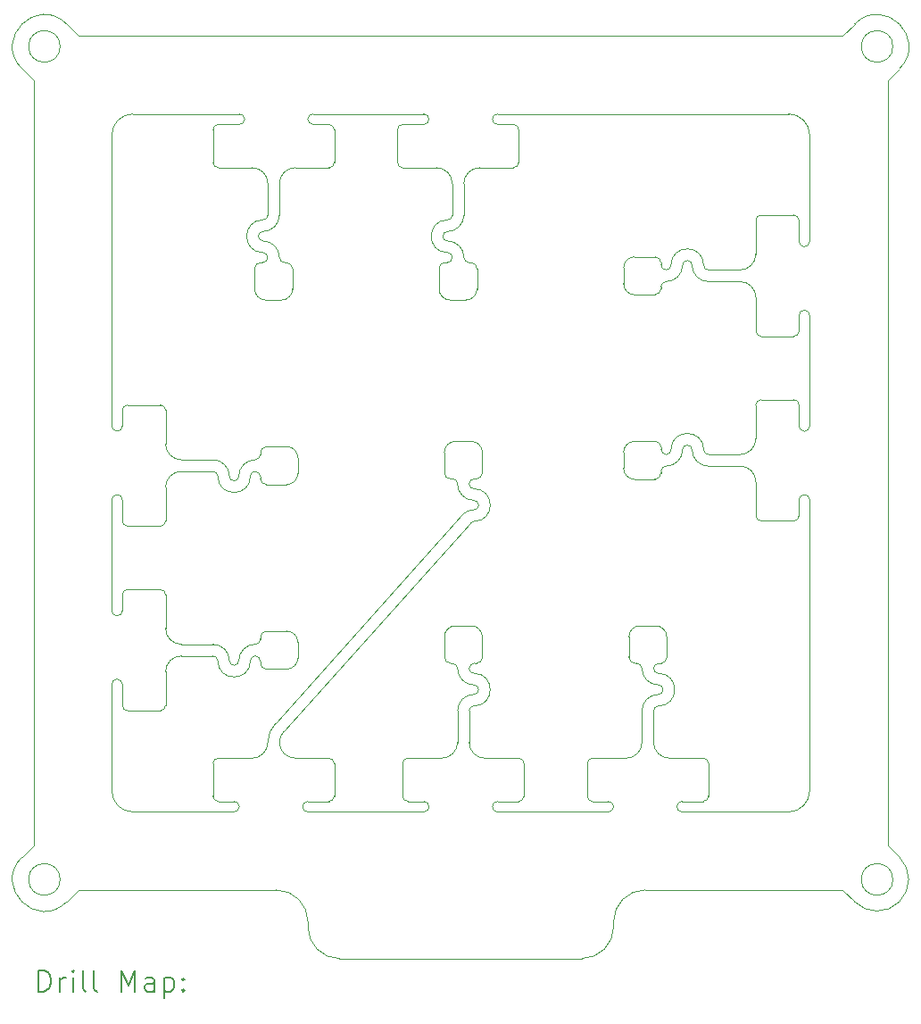
<source format=gbr>
%TF.GenerationSoftware,KiCad,Pcbnew,7.0.2-6a45011f42~172~ubuntu22.04.1*%
%TF.CreationDate,2023-05-18T14:49:08+01:00*%
%TF.ProjectId,KX134_array,4b583133-345f-4617-9272-61792e6b6963,rev?*%
%TF.SameCoordinates,Original*%
%TF.FileFunction,Drillmap*%
%TF.FilePolarity,Positive*%
%FSLAX45Y45*%
G04 Gerber Fmt 4.5, Leading zero omitted, Abs format (unit mm)*
G04 Created by KiCad (PCBNEW 7.0.2-6a45011f42~172~ubuntu22.04.1) date 2023-05-18 14:49:08*
%MOMM*%
%LPD*%
G01*
G04 APERTURE LIST*
%ADD10C,0.010000*%
%ADD11C,0.200000*%
G04 APERTURE END LIST*
D10*
X16955000Y-9900000D02*
G75*
G03*
X16850000Y-9795000I-105000J0D01*
G01*
X19100000Y-8170000D02*
X19400000Y-8170000D01*
X20487868Y-12412132D02*
X20375736Y-12299764D01*
X19960000Y-7900000D02*
G75*
G03*
X20010000Y-7950000I50000J0D01*
G01*
X18705000Y-9900000D02*
G75*
G03*
X18600000Y-9795000I-105000J0D01*
G01*
X15100000Y-10205000D02*
G75*
G03*
X15205000Y-10100000I0J105000D01*
G01*
X13490000Y-8550000D02*
G75*
G03*
X13440000Y-8600000I0J-50000D01*
G01*
X18295000Y-6550000D02*
G75*
G03*
X18400000Y-6655000I105000J0D01*
G01*
X13124264Y-4200236D02*
X20375500Y-4200000D01*
X13640000Y-4940000D02*
G75*
G03*
X13440000Y-5140000I0J-200000D01*
G01*
X15180000Y-5450000D02*
X15500000Y-5450000D01*
X14875000Y-5945000D02*
G75*
G03*
X14875000Y-6255000I0J-155000D01*
G01*
X13590000Y-7700000D02*
G75*
G03*
X13540000Y-7750000I0J-50000D01*
G01*
X18650000Y-8120000D02*
X18650000Y-8100000D01*
X13490000Y-9700000D02*
G75*
G03*
X13540000Y-9650000I0J50000D01*
G01*
X16700000Y-8045000D02*
X16850000Y-8045000D01*
X16250000Y-11050000D02*
G75*
G03*
X16200000Y-11100000I0J-50000D01*
G01*
X18580000Y-10600000D02*
X18580000Y-10900000D01*
X18850000Y-11460000D02*
G75*
G03*
X18800000Y-11510000I0J-50000D01*
G01*
X13950000Y-9820000D02*
G75*
G03*
X14100000Y-9970000I150000J0D01*
G01*
X16720000Y-10200000D02*
G75*
G03*
X16875000Y-10355000I155000J0D01*
G01*
X17100000Y-11460000D02*
G75*
G03*
X17050000Y-11510000I0J-50000D01*
G01*
X18650000Y-6595000D02*
X18650000Y-6580000D01*
X18945000Y-6375000D02*
G75*
G03*
X18900000Y-6330000I-45000J0D01*
G01*
X16200000Y-5040000D02*
G75*
G03*
X16150000Y-5090000I0J-50000D01*
G01*
X16875000Y-8695000D02*
G75*
G03*
X16765398Y-8740399I0J-155000D01*
G01*
X13540000Y-7750000D02*
X13540000Y-7900000D01*
X12587868Y-11987868D02*
X12700236Y-11875736D01*
X17250000Y-5450000D02*
G75*
G03*
X17300000Y-5400000I0J50000D01*
G01*
X16920000Y-8650000D02*
G75*
G03*
X16875000Y-8605000I-45000J0D01*
G01*
X16670000Y-6300000D02*
G75*
G03*
X16625000Y-6255000I-45000J0D01*
G01*
X15205000Y-8200000D02*
X15205000Y-8350000D01*
X13440000Y-11360000D02*
G75*
G03*
X13640000Y-11560000I200000J0D01*
G01*
X18650000Y-6370000D02*
G75*
G03*
X18700000Y-6420000I50000J0D01*
G01*
X20010000Y-7950000D02*
G75*
G03*
X20060000Y-7900000I0J50000D01*
G01*
X13012132Y-4087868D02*
G75*
G03*
X12587868Y-4512132I-212132J-212132D01*
G01*
X18400000Y-6295000D02*
G75*
G03*
X18295000Y-6400000I0J-105000D01*
G01*
X18650000Y-6350000D02*
G75*
G03*
X18595000Y-6295000I-55000J0D01*
G01*
X16670000Y-5900000D02*
X16670000Y-5600000D01*
X18590000Y-8405052D02*
G75*
G03*
X18650052Y-8345000I0J60052D01*
G01*
X16595000Y-8345000D02*
X16595000Y-8150000D01*
X14920000Y-5600000D02*
G75*
G03*
X14770000Y-5450000I-150000J0D01*
G01*
X13900000Y-10600000D02*
X13590000Y-10600000D01*
X18400000Y-8045000D02*
X18595000Y-8045000D01*
X14850000Y-8155000D02*
X14850000Y-8170000D01*
X16580000Y-6100000D02*
G75*
G03*
X16625000Y-6145000I45000J0D01*
G01*
X15550000Y-5090000D02*
G75*
G03*
X15500000Y-5040000I-50000J0D01*
G01*
X13540000Y-10350000D02*
G75*
G03*
X13490000Y-10300000I-50000J0D01*
G01*
X18470000Y-10600000D02*
X18470000Y-10900000D01*
X15155052Y-6410000D02*
X15155000Y-6600000D01*
X15550000Y-5400000D02*
X15550000Y-5090000D01*
X13950000Y-10230000D02*
X13950000Y-10550000D01*
X15350000Y-4940000D02*
G75*
G03*
X15300000Y-4990000I0J-50000D01*
G01*
X13900000Y-7700000D02*
X13590000Y-7700000D01*
X16920000Y-10400000D02*
G75*
G03*
X16875000Y-10355000I-45000J0D01*
G01*
X14800000Y-9970000D02*
G75*
G03*
X14645000Y-10125000I0J-155000D01*
G01*
X16830000Y-10900000D02*
G75*
G03*
X16980000Y-11050000I150000J0D01*
G01*
X14400000Y-10080000D02*
X14100000Y-10080000D01*
X15000095Y-12299797D02*
X13124500Y-12300000D01*
X14875000Y-6055000D02*
G75*
G03*
X14830000Y-6100000I0J-45000D01*
G01*
X14650000Y-11510000D02*
G75*
G03*
X14600000Y-11460000I-50000J0D01*
G01*
X16595000Y-8345000D02*
G75*
G03*
X16650000Y-8400000I55000J0D01*
G01*
X14555000Y-10125000D02*
G75*
G03*
X14600000Y-10170000I45000J0D01*
G01*
X14770000Y-5450000D02*
X14450000Y-5450000D01*
X17950000Y-11410000D02*
G75*
G03*
X18000000Y-11460000I50000J0D01*
G01*
X15095000Y-6350000D02*
X15080000Y-6350000D01*
X15600109Y-12950000D02*
X17900000Y-12950000D01*
X20060000Y-8600000D02*
G75*
G03*
X20010000Y-8550000I-50000J0D01*
G01*
X20010000Y-6200000D02*
G75*
G03*
X20060000Y-6150000I0J50000D01*
G01*
X19960000Y-6150000D02*
G75*
G03*
X20010000Y-6200000I50000J0D01*
G01*
X14850000Y-6350000D02*
G75*
G03*
X14795000Y-6405000I0J-55000D01*
G01*
X13540000Y-10550000D02*
G75*
G03*
X13590000Y-10600000I50000J0D01*
G01*
X19910000Y-8800000D02*
G75*
G03*
X19960000Y-8750000I0J50000D01*
G01*
X19600000Y-5900000D02*
X19910000Y-5900000D01*
X16700000Y-8045000D02*
G75*
G03*
X16595000Y-8150000I0J-105000D01*
G01*
X19100000Y-11100000D02*
X19100000Y-11410000D01*
X20487868Y-4087868D02*
X20375500Y-4200000D01*
X14910000Y-8094948D02*
X15100000Y-8095000D01*
X13640000Y-11560000D02*
X14600000Y-11560000D01*
X13950000Y-8070000D02*
X13950000Y-7750000D01*
X18344948Y-10090000D02*
X18345000Y-9900000D01*
X13012132Y-4087868D02*
X13124264Y-4200236D01*
X16880000Y-8400000D02*
X16900000Y-8400000D01*
X13950000Y-8070000D02*
G75*
G03*
X14100000Y-8220000I150000J0D01*
G01*
X16830000Y-10600000D02*
X16830000Y-10900000D01*
X16930000Y-5450000D02*
G75*
G03*
X16780000Y-5600000I0J-150000D01*
G01*
X19960000Y-7000000D02*
X19960000Y-6850000D01*
X16900000Y-10150000D02*
G75*
G03*
X16955000Y-10095000I0J55000D01*
G01*
X18344948Y-10090000D02*
G75*
G03*
X18405000Y-10150052I60052J0D01*
G01*
X16150000Y-5400000D02*
G75*
G03*
X16200000Y-5450000I50000J0D01*
G01*
X14100000Y-8330000D02*
G75*
G03*
X13950000Y-8480000I0J-150000D01*
G01*
X16720000Y-10200000D02*
G75*
G03*
X16670000Y-10150000I-50000J0D01*
G01*
X14910000Y-9844948D02*
X15100000Y-9845000D01*
X14910000Y-8094948D02*
G75*
G03*
X14849948Y-8155000I0J-60052D01*
G01*
X14850000Y-10130000D02*
G75*
G03*
X14800000Y-10080000I-50000J0D01*
G01*
X14445000Y-10125000D02*
G75*
G03*
X14400000Y-10080000I-45000J0D01*
G01*
X15072469Y-10797470D02*
G75*
G03*
X15030000Y-10900000I102531J-102530D01*
G01*
X19400000Y-6420000D02*
G75*
G03*
X19550000Y-6270000I0J150000D01*
G01*
X15300110Y-12649891D02*
G75*
G03*
X15600109Y-12950000I300000J-109D01*
G01*
X14795000Y-6600000D02*
X14795000Y-6405000D01*
X18700000Y-8280000D02*
G75*
G03*
X18650000Y-8330000I0J-50000D01*
G01*
X16545000Y-6600000D02*
X16545000Y-6405000D01*
X14920000Y-5900000D02*
X14920000Y-5600000D01*
X14400000Y-5400000D02*
G75*
G03*
X14450000Y-5450000I50000J0D01*
G01*
X16830000Y-10200000D02*
G75*
G03*
X16875000Y-10245000I45000J0D01*
G01*
X18650000Y-8120000D02*
G75*
G03*
X18700000Y-8170000I50000J0D01*
G01*
X18945000Y-8125000D02*
G75*
G03*
X18900000Y-8080000I-45000J0D01*
G01*
X19550000Y-6680000D02*
X19550000Y-7000000D01*
X16843180Y-8818180D02*
X15072470Y-10797470D01*
X20010000Y-8550000D02*
G75*
G03*
X19960000Y-8600000I0J-50000D01*
G01*
X15550000Y-11100000D02*
G75*
G03*
X15500000Y-11050000I-50000J0D01*
G01*
X20060000Y-5140000D02*
G75*
G03*
X19860000Y-4940000I-200000J0D01*
G01*
X18295000Y-6550000D02*
X18295000Y-6400000D01*
X15030000Y-6300000D02*
G75*
G03*
X15080000Y-6350000I50000J0D01*
G01*
X15155052Y-6410000D02*
G75*
G03*
X15095000Y-6349948I-60052J0D01*
G01*
X14600000Y-8420000D02*
G75*
G03*
X14645000Y-8375000I0J45000D01*
G01*
X16955000Y-8150000D02*
X16955000Y-8345000D01*
X16570000Y-11050000D02*
G75*
G03*
X16720000Y-10900000I0J150000D01*
G01*
X18945000Y-6375000D02*
G75*
G03*
X19100000Y-6530000I155000J0D01*
G01*
X19100000Y-8280000D02*
X19400000Y-8280000D01*
X19960000Y-7700000D02*
X19960000Y-7900000D01*
X18580000Y-10900000D02*
G75*
G03*
X18730000Y-11050000I150000J0D01*
G01*
X13490000Y-10300000D02*
G75*
G03*
X13440000Y-10350000I0J-50000D01*
G01*
X17900000Y-12950000D02*
G75*
G03*
X18200000Y-12650000I0J300000D01*
G01*
X15205000Y-9950000D02*
G75*
G03*
X15100000Y-9845000I-105000J0D01*
G01*
X12950000Y-4300000D02*
G75*
G03*
X12950000Y-4300000I-150000J0D01*
G01*
X14555000Y-10125000D02*
G75*
G03*
X14400000Y-9970000I-155000J0D01*
G01*
X13540000Y-10550000D02*
X13540000Y-10350000D01*
X16250000Y-11460000D02*
X16400000Y-11460000D01*
X15250000Y-11510000D02*
G75*
G03*
X15300000Y-11560000I50000J0D01*
G01*
X14800000Y-8330000D02*
G75*
G03*
X14755000Y-8375000I0J-45000D01*
G01*
X18700000Y-6530000D02*
G75*
G03*
X18650000Y-6580000I0J-50000D01*
G01*
X14800000Y-8220000D02*
G75*
G03*
X14850000Y-8170000I0J50000D01*
G01*
X20060000Y-6150000D02*
X20060000Y-5140000D01*
X18850000Y-11560000D02*
X19860000Y-11560000D01*
X18800000Y-11510000D02*
G75*
G03*
X18850000Y-11560000I50000J0D01*
G01*
X13900000Y-8850000D02*
X13590000Y-8850000D01*
X16700000Y-9795000D02*
G75*
G03*
X16595000Y-9900000I0J-105000D01*
G01*
X16655000Y-10150000D02*
X16670000Y-10150000D01*
X14994688Y-10719688D02*
G75*
G03*
X14920000Y-10900000I180312J-180312D01*
G01*
X18450000Y-9795000D02*
G75*
G03*
X18345000Y-9900000I0J-105000D01*
G01*
X14400000Y-11410000D02*
G75*
G03*
X14450000Y-11460000I50000J0D01*
G01*
X14445000Y-8375000D02*
G75*
G03*
X14400000Y-8330000I-45000J0D01*
G01*
X15030000Y-5900000D02*
X15030000Y-5600000D01*
X14850000Y-10130000D02*
X14850000Y-10150000D01*
X16620000Y-6350000D02*
G75*
G03*
X16670000Y-6300000I0J50000D01*
G01*
X15500000Y-11460000D02*
G75*
G03*
X15550000Y-11410000I0J50000D01*
G01*
X14400000Y-8220000D02*
X14100000Y-8220000D01*
X16905052Y-6410000D02*
X16905000Y-6600000D01*
X18320000Y-11050000D02*
G75*
G03*
X18470000Y-10900000I0J150000D01*
G01*
X18700000Y-8170000D02*
G75*
G03*
X18745000Y-8125000I0J45000D01*
G01*
X15050000Y-6705000D02*
G75*
G03*
X15155000Y-6600000I0J105000D01*
G01*
X13950000Y-8480000D02*
X13950000Y-8800000D01*
X18625000Y-10445000D02*
G75*
G03*
X18670000Y-10400000I0J45000D01*
G01*
X19550000Y-6270000D02*
X19550000Y-5950000D01*
X14800000Y-10080000D02*
G75*
G03*
X14755000Y-10125000I0J-45000D01*
G01*
X16520000Y-5450000D02*
X16200000Y-5450000D01*
X19550000Y-8430000D02*
X19550000Y-8750000D01*
X16780000Y-6300000D02*
G75*
G03*
X16830000Y-6350000I50000J0D01*
G01*
X18670000Y-10400000D02*
G75*
G03*
X18625000Y-10355000I-45000J0D01*
G01*
X16880000Y-8400000D02*
G75*
G03*
X16830000Y-8450000I0J-50000D01*
G01*
X16625000Y-6055000D02*
G75*
G03*
X16780000Y-5900000I0J155000D01*
G01*
X14400000Y-8330000D02*
X14100000Y-8330000D01*
X16800000Y-6705000D02*
G75*
G03*
X16905000Y-6600000I0J105000D01*
G01*
X16955000Y-9900000D02*
X16955000Y-10095000D01*
X18590000Y-8405052D02*
X18400000Y-8405000D01*
X19960000Y-5950000D02*
G75*
G03*
X19910000Y-5900000I-50000J0D01*
G01*
X17300000Y-11460000D02*
G75*
G03*
X17350000Y-11410000I0J50000D01*
G01*
X16450000Y-11510000D02*
G75*
G03*
X16400000Y-11460000I-50000J0D01*
G01*
X16625000Y-6055000D02*
G75*
G03*
X16580000Y-6100000I0J-45000D01*
G01*
X14795000Y-6600000D02*
G75*
G03*
X14900000Y-6705000I105000J0D01*
G01*
X14850000Y-8400000D02*
G75*
G03*
X14905000Y-8455000I55000J0D01*
G01*
X16200000Y-11100000D02*
X16200000Y-11410000D01*
X15500000Y-5450000D02*
G75*
G03*
X15550000Y-5400000I0J50000D01*
G01*
X18000000Y-11050000D02*
G75*
G03*
X17950000Y-11100000I0J-50000D01*
G01*
X16880000Y-10150000D02*
X16900000Y-10150000D01*
X17950000Y-11100000D02*
X17950000Y-11410000D01*
X14555000Y-8375000D02*
G75*
G03*
X14400000Y-8220000I-155000J0D01*
G01*
X15180000Y-5450000D02*
G75*
G03*
X15030000Y-5600000I0J-150000D01*
G01*
X12700000Y-4624500D02*
X12700236Y-11875736D01*
X14450000Y-11460000D02*
X14600000Y-11460000D01*
X18650000Y-10150000D02*
G75*
G03*
X18705000Y-10095000I0J55000D01*
G01*
X20060000Y-6850000D02*
G75*
G03*
X20010000Y-6800000I-50000J0D01*
G01*
X15300127Y-12599905D02*
X15300109Y-12649891D01*
X18900000Y-8080000D02*
G75*
G03*
X18855000Y-8125000I0J-45000D01*
G01*
X15030000Y-6300000D02*
G75*
G03*
X14875000Y-6145000I-155000J0D01*
G01*
X13440000Y-10350000D02*
X13440000Y-11360000D01*
X16625000Y-5945000D02*
G75*
G03*
X16625000Y-6255000I0J-155000D01*
G01*
X18625000Y-10555000D02*
G75*
G03*
X18580000Y-10600000I0J-45000D01*
G01*
X20850000Y-12200000D02*
G75*
G03*
X20850000Y-12200000I-150000J0D01*
G01*
X15500000Y-5040000D02*
X15350000Y-5040000D01*
X20060000Y-7900000D02*
X20060000Y-6850000D01*
X18630000Y-10150000D02*
G75*
G03*
X18580000Y-10200000I0J-50000D01*
G01*
X16875000Y-8695000D02*
G75*
G03*
X16920000Y-8650000I0J45000D01*
G01*
X17100000Y-4940000D02*
X19860000Y-4940000D01*
X19100000Y-6420000D02*
X19400000Y-6420000D01*
X16930000Y-5450000D02*
X17250000Y-5450000D01*
X19050000Y-11460000D02*
G75*
G03*
X19100000Y-11410000I0J50000D01*
G01*
X16800000Y-6705000D02*
X16650000Y-6705000D01*
X17300000Y-11460000D02*
X17100000Y-11460000D01*
X17250000Y-5040000D02*
X17100000Y-5040000D01*
X15100000Y-8455000D02*
G75*
G03*
X15205000Y-8350000I0J105000D01*
G01*
X15030000Y-10900000D02*
G75*
G03*
X15180000Y-11050000I150000J0D01*
G01*
X18320000Y-11050000D02*
X18000000Y-11050000D01*
X18590000Y-6655052D02*
G75*
G03*
X18650052Y-6595000I0J60052D01*
G01*
X18650000Y-6370000D02*
X18650000Y-6350000D01*
X19910000Y-7050000D02*
G75*
G03*
X19960000Y-7000000I0J50000D01*
G01*
X18650000Y-8100000D02*
G75*
G03*
X18595000Y-8045000I-55000J0D01*
G01*
X13012132Y-12412132D02*
X13124500Y-12300000D01*
X19600000Y-5900000D02*
G75*
G03*
X19550000Y-5950000I0J-50000D01*
G01*
X14850000Y-8380000D02*
G75*
G03*
X14800000Y-8330000I-50000J0D01*
G01*
X15300123Y-12599905D02*
G75*
G03*
X15000095Y-12299797I-299993J116D01*
G01*
X13540000Y-8800000D02*
G75*
G03*
X13590000Y-8850000I50000J0D01*
G01*
X13440000Y-9650000D02*
G75*
G03*
X13490000Y-9700000I50000J0D01*
G01*
X19600000Y-7050000D02*
X19910000Y-7050000D01*
X13440000Y-7900000D02*
X13440000Y-5140000D01*
X15550000Y-11100000D02*
X15550000Y-11410000D01*
X19100000Y-6530000D02*
X19400000Y-6530000D01*
X18700000Y-6530000D02*
G75*
G03*
X18855000Y-6375000I0J155000D01*
G01*
X16875000Y-10445000D02*
G75*
G03*
X16720000Y-10600000I0J-155000D01*
G01*
X14850000Y-10150000D02*
G75*
G03*
X14905000Y-10205000I55000J0D01*
G01*
X19550000Y-8430000D02*
G75*
G03*
X19400000Y-8280000I-150000J0D01*
G01*
X14600000Y-11560000D02*
G75*
G03*
X14650000Y-11510000I0J50000D01*
G01*
X18630000Y-10150000D02*
X18650000Y-10150000D01*
X14700000Y-4990000D02*
G75*
G03*
X14650000Y-4940000I-50000J0D01*
G01*
X16700000Y-9795000D02*
X16850000Y-9795000D01*
X13440000Y-9650000D02*
X13440000Y-8600000D01*
X16400000Y-11560000D02*
G75*
G03*
X16450000Y-11510000I0J50000D01*
G01*
X15300000Y-4990000D02*
G75*
G03*
X15350000Y-5040000I50000J0D01*
G01*
X18900000Y-6330000D02*
G75*
G03*
X18855000Y-6375000I0J-45000D01*
G01*
X18580000Y-10200000D02*
G75*
G03*
X18625000Y-10245000I45000J0D01*
G01*
X14445000Y-8375000D02*
G75*
G03*
X14755000Y-8375000I155000J0D01*
G01*
X16400000Y-5040000D02*
G75*
G03*
X16450000Y-4990000I0J50000D01*
G01*
X19600000Y-8800000D02*
X19910000Y-8800000D01*
X16845000Y-6350000D02*
X16830000Y-6350000D01*
X19055000Y-8125000D02*
G75*
G03*
X19100000Y-8170000I45000J0D01*
G01*
X18200000Y-11510000D02*
G75*
G03*
X18150000Y-11460000I-50000J0D01*
G01*
X18400000Y-8045000D02*
G75*
G03*
X18295000Y-8150000I0J-105000D01*
G01*
X19550000Y-8750000D02*
G75*
G03*
X19600000Y-8800000I50000J0D01*
G01*
X16600000Y-6350000D02*
G75*
G03*
X16545000Y-6405000I0J-55000D01*
G01*
X13440000Y-7900000D02*
G75*
G03*
X13490000Y-7950000I50000J0D01*
G01*
X17100000Y-4940000D02*
G75*
G03*
X17050000Y-4990000I0J-50000D01*
G01*
X14100000Y-10080000D02*
G75*
G03*
X13950000Y-10230000I0J-150000D01*
G01*
X14650000Y-5040000D02*
G75*
G03*
X14700000Y-4990000I0J50000D01*
G01*
X19960000Y-5950000D02*
X19960000Y-6150000D01*
X17050000Y-4990000D02*
G75*
G03*
X17100000Y-5040000I50000J0D01*
G01*
X14600000Y-10170000D02*
G75*
G03*
X14645000Y-10125000I0J45000D01*
G01*
X16594948Y-10090000D02*
G75*
G03*
X16655000Y-10150052I60052J0D01*
G01*
X20487868Y-12412132D02*
G75*
G03*
X20912132Y-11987868I212132J212132D01*
G01*
X16594948Y-10090000D02*
X16595000Y-9900000D01*
X16625000Y-5945000D02*
G75*
G03*
X16670000Y-5900000I0J45000D01*
G01*
X14800000Y-8220000D02*
G75*
G03*
X14645000Y-8375000I0J-155000D01*
G01*
X17300000Y-5400000D02*
X17300000Y-5090000D01*
X16720000Y-8450000D02*
G75*
G03*
X16670000Y-8400000I-50000J0D01*
G01*
X17100000Y-11560000D02*
X18150000Y-11560000D01*
X16875000Y-10555000D02*
G75*
G03*
X16875000Y-10245000I0J155000D01*
G01*
X19960000Y-8750000D02*
X19960000Y-8600000D01*
X16875000Y-10555000D02*
G75*
G03*
X16830000Y-10600000I0J-45000D01*
G01*
X13950000Y-7750000D02*
G75*
G03*
X13900000Y-7700000I-50000J0D01*
G01*
X16545000Y-6600000D02*
G75*
G03*
X16650000Y-6705000I105000J0D01*
G01*
X18150000Y-11560000D02*
G75*
G03*
X18200000Y-11510000I0J50000D01*
G01*
X16670000Y-5600000D02*
G75*
G03*
X16520000Y-5450000I-150000J0D01*
G01*
X16880000Y-10150000D02*
G75*
G03*
X16830000Y-10200000I0J-50000D01*
G01*
X19055000Y-6375000D02*
G75*
G03*
X18745000Y-6375000I-155000J0D01*
G01*
X18700000Y-8280000D02*
G75*
G03*
X18855000Y-8125000I0J155000D01*
G01*
X14450000Y-11050000D02*
G75*
G03*
X14400000Y-11100000I0J-50000D01*
G01*
X18295000Y-8300000D02*
G75*
G03*
X18400000Y-8405000I105000J0D01*
G01*
X16720000Y-8450000D02*
G75*
G03*
X16875000Y-8605000I155000J0D01*
G01*
X14910000Y-9844948D02*
G75*
G03*
X14849948Y-9905000I0J-60052D01*
G01*
X14800000Y-9970000D02*
G75*
G03*
X14850000Y-9920000I0J50000D01*
G01*
X16905052Y-6410000D02*
G75*
G03*
X16845000Y-6349948I-60052J0D01*
G01*
X14920000Y-6300000D02*
G75*
G03*
X14875000Y-6255000I-45000J0D01*
G01*
X18450000Y-9795000D02*
X18600000Y-9795000D01*
X16150000Y-5400000D02*
X16150000Y-5090000D01*
X14875000Y-6055000D02*
G75*
G03*
X15030000Y-5900000I0J155000D01*
G01*
X15205000Y-9950000D02*
X15205000Y-10100000D01*
X14830000Y-6100000D02*
G75*
G03*
X14875000Y-6145000I45000J0D01*
G01*
X13540000Y-8600000D02*
G75*
G03*
X13490000Y-8550000I-50000J0D01*
G01*
X15500000Y-11460000D02*
X15300000Y-11460000D01*
X18295000Y-8300000D02*
X18295000Y-8150000D01*
X14850000Y-9905000D02*
X14850000Y-9920000D01*
X18730000Y-11050000D02*
X19050000Y-11050000D01*
X18945000Y-8125000D02*
G75*
G03*
X19100000Y-8280000I155000J0D01*
G01*
X18625000Y-10555000D02*
G75*
G03*
X18625000Y-10245000I0J155000D01*
G01*
X14450000Y-5040000D02*
X14650000Y-5040000D01*
X14994688Y-10719688D02*
X16765398Y-8740399D01*
X17350000Y-11410000D02*
X17350000Y-11100000D01*
X20850000Y-4300000D02*
G75*
G03*
X20850000Y-4300000I-150000J0D01*
G01*
X13950000Y-9500000D02*
G75*
G03*
X13900000Y-9450000I-50000J0D01*
G01*
X15100000Y-10205000D02*
X14905000Y-10205000D01*
X18700000Y-6420000D02*
G75*
G03*
X18745000Y-6375000I0J45000D01*
G01*
X14770000Y-11050000D02*
G75*
G03*
X14920000Y-10900000I0J150000D01*
G01*
X12587868Y-11987868D02*
G75*
G03*
X13012132Y-12412132I212132J-212132D01*
G01*
X13540000Y-9500000D02*
X13540000Y-9650000D01*
X18470000Y-10200000D02*
G75*
G03*
X18625000Y-10355000I155000J0D01*
G01*
X16955000Y-8150000D02*
G75*
G03*
X16850000Y-8045000I-105000J0D01*
G01*
X19100000Y-11100000D02*
G75*
G03*
X19050000Y-11050000I-50000J0D01*
G01*
X16650000Y-8400000D02*
X16670000Y-8400000D01*
X15050000Y-6705000D02*
X14900000Y-6705000D01*
X20912132Y-11987868D02*
X20800000Y-11875500D01*
X19055000Y-6375000D02*
G75*
G03*
X19100000Y-6420000I45000J0D01*
G01*
X16875000Y-10445000D02*
G75*
G03*
X16920000Y-10400000I0J45000D01*
G01*
X16980000Y-11050000D02*
X17300000Y-11050000D01*
X19550000Y-7000000D02*
G75*
G03*
X19600000Y-7050000I50000J0D01*
G01*
X18000000Y-11460000D02*
X18150000Y-11460000D01*
X14870000Y-6350000D02*
X14850000Y-6350000D01*
X14850000Y-8380000D02*
X14850000Y-8400000D01*
X17300000Y-5090000D02*
G75*
G03*
X17250000Y-5040000I-50000J0D01*
G01*
X20060000Y-8600000D02*
X20060000Y-11360000D01*
X16450000Y-4990000D02*
G75*
G03*
X16400000Y-4940000I-50000J0D01*
G01*
X14400000Y-9970000D02*
X14100000Y-9970000D01*
X19050000Y-11460000D02*
X18850000Y-11460000D01*
X15300000Y-11460000D02*
G75*
G03*
X15250000Y-11510000I0J-50000D01*
G01*
X16875000Y-8805000D02*
G75*
G03*
X16875000Y-8495000I0J155000D01*
G01*
X13900000Y-9450000D02*
X13590000Y-9450000D01*
X16720000Y-10600000D02*
X16720000Y-10900000D01*
X13900000Y-10600000D02*
G75*
G03*
X13950000Y-10550000I0J50000D01*
G01*
X18400000Y-6295000D02*
X18595000Y-6295000D01*
X19600000Y-7650000D02*
X19910000Y-7650000D01*
X18405000Y-10150000D02*
X18420000Y-10150000D01*
X20799764Y-4624264D02*
X20800000Y-11875500D01*
X18650000Y-8345000D02*
X18650000Y-8330000D01*
X18200000Y-12650000D02*
X18200000Y-12599967D01*
X14555000Y-8375000D02*
G75*
G03*
X14600000Y-8420000I45000J0D01*
G01*
X14400000Y-5400000D02*
X14400000Y-5090000D01*
X19400000Y-8170000D02*
G75*
G03*
X19550000Y-8020000I0J150000D01*
G01*
X14870000Y-6350000D02*
G75*
G03*
X14920000Y-6300000I0J50000D01*
G01*
X15350000Y-4940000D02*
X16400000Y-4940000D01*
X18499968Y-12299970D02*
G75*
G03*
X18200000Y-12599967I33J-300000D01*
G01*
X17050000Y-11510000D02*
G75*
G03*
X17100000Y-11560000I50000J0D01*
G01*
X16875000Y-8805000D02*
G75*
G03*
X16843180Y-8818180I0J-45000D01*
G01*
X20912132Y-4512132D02*
G75*
G03*
X20487868Y-4087868I-212132J212132D01*
G01*
X13900000Y-8850000D02*
G75*
G03*
X13950000Y-8800000I0J50000D01*
G01*
X16570000Y-11050000D02*
X16250000Y-11050000D01*
X18590000Y-6655052D02*
X18400000Y-6655000D01*
X16780000Y-5900000D02*
X16780000Y-5600000D01*
X19960000Y-7700000D02*
G75*
G03*
X19910000Y-7650000I-50000J0D01*
G01*
X16200000Y-5040000D02*
X16400000Y-5040000D01*
X18470000Y-10200000D02*
G75*
G03*
X18420000Y-10150000I-50000J0D01*
G01*
X16200000Y-11410000D02*
G75*
G03*
X16250000Y-11460000I50000J0D01*
G01*
X14650000Y-4940000D02*
X13640000Y-4940000D01*
X14400000Y-11100000D02*
X14400000Y-11410000D01*
X15205000Y-8200000D02*
G75*
G03*
X15100000Y-8095000I-105000J0D01*
G01*
X18705000Y-9900000D02*
X18705000Y-10095000D01*
X19860000Y-11560000D02*
G75*
G03*
X20060000Y-11360000I0J200000D01*
G01*
X16620000Y-6350000D02*
X16600000Y-6350000D01*
X12587868Y-4512132D02*
X12700000Y-4624500D01*
X19600000Y-7650000D02*
G75*
G03*
X19550000Y-7700000I0J-50000D01*
G01*
X16830000Y-8450000D02*
G75*
G03*
X16875000Y-8495000I45000J0D01*
G01*
X19550000Y-8020000D02*
X19550000Y-7700000D01*
X13950000Y-9820000D02*
X13950000Y-9500000D01*
X15180000Y-11050000D02*
X15500000Y-11050000D01*
X18625000Y-10445000D02*
G75*
G03*
X18470000Y-10600000I0J-155000D01*
G01*
X17350000Y-11100000D02*
G75*
G03*
X17300000Y-11050000I-50000J0D01*
G01*
X12950000Y-12200000D02*
G75*
G03*
X12950000Y-12200000I-150000J0D01*
G01*
X14875000Y-5945000D02*
G75*
G03*
X14920000Y-5900000I0J45000D01*
G01*
X20912132Y-4512132D02*
X20799764Y-4624264D01*
X16400000Y-11560000D02*
X15300000Y-11560000D01*
X14445000Y-10125000D02*
G75*
G03*
X14755000Y-10125000I155000J0D01*
G01*
X19550000Y-6680000D02*
G75*
G03*
X19400000Y-6530000I-150000J0D01*
G01*
X20375736Y-12299764D02*
X18499968Y-12299967D01*
X13490000Y-7950000D02*
G75*
G03*
X13540000Y-7900000I0J50000D01*
G01*
X16900000Y-8400000D02*
G75*
G03*
X16955000Y-8345000I0J55000D01*
G01*
X14770000Y-11050000D02*
X14450000Y-11050000D01*
X13540000Y-8800000D02*
X13540000Y-8600000D01*
X13590000Y-9450000D02*
G75*
G03*
X13540000Y-9500000I0J-50000D01*
G01*
X15100000Y-8455000D02*
X14905000Y-8455000D01*
X19055000Y-8125000D02*
G75*
G03*
X18745000Y-8125000I-155000J0D01*
G01*
X16780000Y-6300000D02*
G75*
G03*
X16625000Y-6145000I-155000J0D01*
G01*
X20010000Y-6800000D02*
G75*
G03*
X19960000Y-6850000I0J-50000D01*
G01*
X14450000Y-5040000D02*
G75*
G03*
X14400000Y-5090000I0J-50000D01*
G01*
D11*
X12747119Y-13263024D02*
X12747119Y-13063024D01*
X12747119Y-13063024D02*
X12794738Y-13063024D01*
X12794738Y-13063024D02*
X12823309Y-13072548D01*
X12823309Y-13072548D02*
X12842357Y-13091595D01*
X12842357Y-13091595D02*
X12851881Y-13110643D01*
X12851881Y-13110643D02*
X12861405Y-13148738D01*
X12861405Y-13148738D02*
X12861405Y-13177309D01*
X12861405Y-13177309D02*
X12851881Y-13215405D01*
X12851881Y-13215405D02*
X12842357Y-13234452D01*
X12842357Y-13234452D02*
X12823309Y-13253500D01*
X12823309Y-13253500D02*
X12794738Y-13263024D01*
X12794738Y-13263024D02*
X12747119Y-13263024D01*
X12947119Y-13263024D02*
X12947119Y-13129690D01*
X12947119Y-13167786D02*
X12956643Y-13148738D01*
X12956643Y-13148738D02*
X12966167Y-13139214D01*
X12966167Y-13139214D02*
X12985214Y-13129690D01*
X12985214Y-13129690D02*
X13004262Y-13129690D01*
X13070928Y-13263024D02*
X13070928Y-13129690D01*
X13070928Y-13063024D02*
X13061405Y-13072548D01*
X13061405Y-13072548D02*
X13070928Y-13082071D01*
X13070928Y-13082071D02*
X13080452Y-13072548D01*
X13080452Y-13072548D02*
X13070928Y-13063024D01*
X13070928Y-13063024D02*
X13070928Y-13082071D01*
X13194738Y-13263024D02*
X13175690Y-13253500D01*
X13175690Y-13253500D02*
X13166167Y-13234452D01*
X13166167Y-13234452D02*
X13166167Y-13063024D01*
X13299500Y-13263024D02*
X13280452Y-13253500D01*
X13280452Y-13253500D02*
X13270928Y-13234452D01*
X13270928Y-13234452D02*
X13270928Y-13063024D01*
X13528071Y-13263024D02*
X13528071Y-13063024D01*
X13528071Y-13063024D02*
X13594738Y-13205881D01*
X13594738Y-13205881D02*
X13661405Y-13063024D01*
X13661405Y-13063024D02*
X13661405Y-13263024D01*
X13842357Y-13263024D02*
X13842357Y-13158262D01*
X13842357Y-13158262D02*
X13832833Y-13139214D01*
X13832833Y-13139214D02*
X13813786Y-13129690D01*
X13813786Y-13129690D02*
X13775690Y-13129690D01*
X13775690Y-13129690D02*
X13756643Y-13139214D01*
X13842357Y-13253500D02*
X13823309Y-13263024D01*
X13823309Y-13263024D02*
X13775690Y-13263024D01*
X13775690Y-13263024D02*
X13756643Y-13253500D01*
X13756643Y-13253500D02*
X13747119Y-13234452D01*
X13747119Y-13234452D02*
X13747119Y-13215405D01*
X13747119Y-13215405D02*
X13756643Y-13196357D01*
X13756643Y-13196357D02*
X13775690Y-13186833D01*
X13775690Y-13186833D02*
X13823309Y-13186833D01*
X13823309Y-13186833D02*
X13842357Y-13177309D01*
X13937595Y-13129690D02*
X13937595Y-13329690D01*
X13937595Y-13139214D02*
X13956643Y-13129690D01*
X13956643Y-13129690D02*
X13994738Y-13129690D01*
X13994738Y-13129690D02*
X14013786Y-13139214D01*
X14013786Y-13139214D02*
X14023309Y-13148738D01*
X14023309Y-13148738D02*
X14032833Y-13167786D01*
X14032833Y-13167786D02*
X14032833Y-13224928D01*
X14032833Y-13224928D02*
X14023309Y-13243976D01*
X14023309Y-13243976D02*
X14013786Y-13253500D01*
X14013786Y-13253500D02*
X13994738Y-13263024D01*
X13994738Y-13263024D02*
X13956643Y-13263024D01*
X13956643Y-13263024D02*
X13937595Y-13253500D01*
X14118548Y-13243976D02*
X14128071Y-13253500D01*
X14128071Y-13253500D02*
X14118548Y-13263024D01*
X14118548Y-13263024D02*
X14109024Y-13253500D01*
X14109024Y-13253500D02*
X14118548Y-13243976D01*
X14118548Y-13243976D02*
X14118548Y-13263024D01*
X14118548Y-13139214D02*
X14128071Y-13148738D01*
X14128071Y-13148738D02*
X14118548Y-13158262D01*
X14118548Y-13158262D02*
X14109024Y-13148738D01*
X14109024Y-13148738D02*
X14118548Y-13139214D01*
X14118548Y-13139214D02*
X14118548Y-13158262D01*
M02*

</source>
